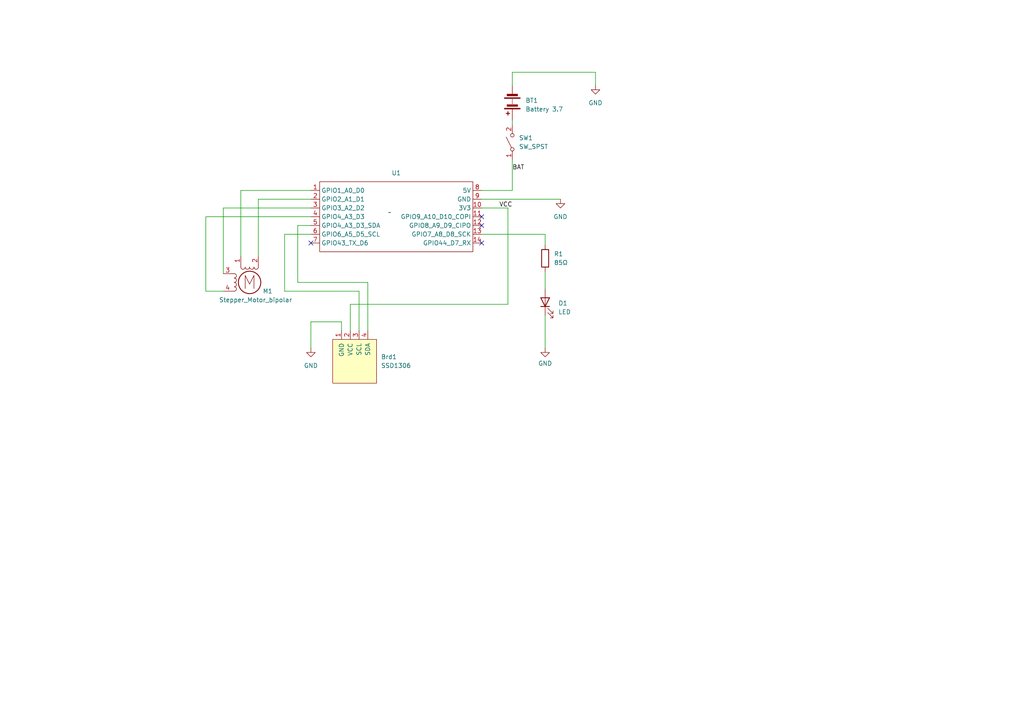
<source format=kicad_sch>
(kicad_sch (version 20230121) (generator eeschema)
  (paper "A4")
  (lib_symbols
    (symbol "Device:Battery" (pin_numbers hide) (pin_names (offset 0) hide)
      (property "Reference" "BT" (at 2.54 2.54 0))
      (property "Value" "Battery" (at 2.54 0 0))
      (symbol "Battery_0_1"
        (rectangle (start -2.286 -1.27) (end 2.286 -1.524) (fill (type outline)))
        (rectangle (start -2.286 1.778) (end 2.286 1.524) (fill (type outline)))
        (rectangle (start -1.524 -2.032) (end 1.524 -2.54) (fill (type outline)))
        (rectangle (start -1.524 1.016) (end 1.524 0.508) (fill (type outline)))
        (polyline (pts (xy 0 -1.016) (xy 0 -0.762)))
        (polyline (pts (xy 0 -0.508) (xy 0 -0.254)))
        (polyline (pts (xy 0 0) (xy 0 0.254)))
        (polyline (pts (xy 0 1.778) (xy 0 2.54)))
        (polyline (pts (xy 0.762 3.048) (xy 1.778 3.048)) (stroke (width 0.254)))
        (polyline (pts (xy 1.27 3.556) (xy 1.27 2.54)) (stroke (width 0.254)))
      )
      (symbol "Battery_1_1"
        (pin passive line (at 0 5.08 270) (length 2.54) (name "+") (number "1"))
        (pin passive line (at 0 -5.08 90) (length 2.54) (name "-") (number "2"))
      )
    )
    (symbol "Device:LED" (pin_numbers hide) (pin_names (offset 1.016) hide)
      (property "Reference" "D" (at 0 2.54 0))
      (property "Value" "LED" (at 0 -2.54 0))
      (symbol "LED_0_1"
        (polyline (pts (xy -1.27 -1.27) (xy -1.27 1.27)) (stroke (width 0.254)))
        (polyline (pts (xy -1.27 0) (xy 1.27 0)))
        (polyline (pts (xy 1.27 -1.27) (xy 1.27 1.27) (xy -1.27 0) (xy 1.27 -1.27)) (stroke (width 0.254)))
        (polyline (pts (xy -3.048 -0.762) (xy -4.572 -2.286) (xy -3.81 -2.286) (xy -4.572 -2.286) (xy -4.572 -1.524)))
        (polyline (pts (xy -1.778 -0.762) (xy -3.302 -2.286) (xy -2.54 -2.286) (xy -3.302 -2.286) (xy -3.302 -1.524)))
      )
      (symbol "LED_1_1"
        (pin passive line (at -3.81 0 0) (length 2.54) (name "K") (number "1"))
        (pin passive line (at 3.81 0 180) (length 2.54) (name "A") (number "2"))
      )
    )
    (symbol "Device:R" (pin_numbers hide) (pin_names (offset 0))
      (property "Reference" "R" (at 2.032 0 90))
      (property "Value" "R" (at 0 0 90))
      (symbol "R_0_1"
        (rectangle (start -1.016 -2.54) (end 1.016 2.54) (stroke (width 0.254)))
      )
      (symbol "R_1_1"
        (pin passive line (at 0 3.81 270) (length 1.27) (name "~") (number "1"))
        (pin passive line (at 0 -3.81 90) (length 1.27) (name "~") (number "2"))
      )
    )
    (symbol "Motor:Stepper_Motor_bipolar" (pin_names (offset 0) hide)
      (property "Reference" "M" (at 3.81 2.54 0))
      (property "Value" "Stepper_Motor_bipolar" (at 3.81 1.27 0))
      (symbol "Stepper_Motor_bipolar_0_0"
        (polyline (pts (xy -1.27 -1.778) (xy -1.27 2.032) (xy 0 -0.508) (xy 1.27 2.032) (xy 1.27 -1.778)))
      )
      (symbol "Stepper_Motor_bipolar_0_1"
        (arc (start -4.445 -2.54) (mid -3.8127 -1.905) (end -4.445 -1.27))
        (arc (start -4.445 -1.27) (mid -3.8127 -0.635) (end -4.445 0))
        (arc (start -4.445 0) (mid -3.8127 0.635) (end -4.445 1.27))
        (arc (start -4.445 1.27) (mid -3.8127 1.905) (end -4.445 2.54))
        (arc (start -2.54 4.445) (mid -1.905 3.8127) (end -1.27 4.445))
        (arc (start -1.27 4.445) (mid -0.635 3.8127) (end 0 4.445))
        (polyline (pts (xy -5.08 -2.54) (xy -4.445 -2.54)))
        (polyline (pts (xy -5.08 2.54) (xy -4.445 2.54)))
        (polyline (pts (xy -2.54 5.08) (xy -2.54 4.445)))
        (polyline (pts (xy 2.54 5.08) (xy 2.54 4.445)))
        (circle (center 0 0) (radius 3.2512) (stroke (width 0.254)))
        (arc (start 0 4.445) (mid 0.635 3.8127) (end 1.27 4.445))
        (arc (start 1.27 4.445) (mid 1.905 3.8127) (end 2.54 4.445))
      )
      (symbol "Stepper_Motor_bipolar_1_1"
        (pin passive line (at -2.54 7.62 270) (length 2.54) (name "~") (number "1"))
        (pin passive line (at 2.54 7.62 270) (length 2.54) (name "-") (number "2"))
        (pin passive line (at -7.62 2.54 0) (length 2.54) (name "~") (number "3"))
        (pin passive line (at -7.62 -2.54 0) (length 2.54) (name "~") (number "4"))
      )
    )
    (symbol "OLED:SSD1306" (pin_names (offset 1.016))
      (property "Reference" "Brd" (at 0 -3.81 0))
      (property "Value" "SSD1306" (at 0 -1.27 0))
      (symbol "SSD1306_0_1"
        (rectangle (start -6.35 6.35) (end 6.35 -6.35) (fill (type background)))
      )
      (symbol "SSD1306_1_1"
        (pin input line (at -3.81 8.89 270) (length 2.54) (name "GND") (number "1"))
        (pin input line (at -1.27 8.89 270) (length 2.54) (name "VCC") (number "2"))
        (pin input line (at 1.27 8.89 270) (length 2.54) (name "SCL") (number "3"))
        (pin input line (at 3.81 8.89 270) (length 2.54) (name "SDA") (number "4"))
      )
    )
    (symbol "Switch:SW_SPST" (pin_names (offset 0) hide)
      (property "Reference" "SW" (at 0 3.175 0))
      (property "Value" "SW_SPST" (at 0 -2.54 0))
      (symbol "SW_SPST_0_0"
        (circle (center -2.032 0) (radius 0.508))
        (polyline (pts (xy -1.524 0.254) (xy 1.524 1.778)))
        (circle (center 2.032 0) (radius 0.508))
      )
      (symbol "SW_SPST_1_1"
        (pin passive line (at -5.08 0 0) (length 2.54) (name "A") (number "1"))
        (pin passive line (at 5.08 0 180) (length 2.54) (name "B") (number "2"))
      )
    )
    (symbol "demo:XIAO_ESP32_SENSE"
      (property "Reference" "U" (at 0 0 0))
      (symbol "XIAO_ESP32_SENSE_0_1"
        (polyline (pts (xy -20.32 8.89) (xy -20.32 -11.43) (xy 24.13 -11.43) (xy 24.13 8.89) (xy -20.32 8.89)))
      )
      (symbol "XIAO_ESP32_SENSE_1_1"
        (pin bidirectional line (at -22.86 6.35 0) (length 2.54) (name "GPIO1_A0_D0") (number "1"))
        (pin bidirectional line (at 26.67 1.27 180) (length 2.54) (name "3V3") (number "10"))
        (pin bidirectional line (at 26.67 -1.27 180) (length 2.54) (name "GPIO9_A10_D10_COPI") (number "11"))
        (pin bidirectional line (at 26.67 -3.81 180) (length 2.54) (name "GPIO8_A9_D9_CIPO") (number "12"))
        (pin bidirectional line (at 26.67 -6.35 180) (length 2.54) (name "GPIO7_A8_D8_SCK") (number "13"))
        (pin bidirectional line (at 26.67 -8.89 180) (length 2.54) (name "GPIO44_D7_RX") (number "14"))
        (pin bidirectional line (at -22.86 3.81 0) (length 2.54) (name "GPIO2_A1_D1") (number "2"))
        (pin bidirectional line (at -22.86 1.27 0) (length 2.54) (name "GPIO3_A2_D2") (number "3"))
        (pin bidirectional line (at -22.86 -1.27 0) (length 2.54) (name "GPIO4_A3_D3") (number "4"))
        (pin bidirectional line (at -22.86 -3.81 0) (length 2.54) (name "GPIO4_A3_D3_SDA") (number "5"))
        (pin bidirectional line (at -22.86 -6.35 0) (length 2.54) (name "GPIO6_A5_D5_SCL") (number "6"))
        (pin bidirectional line (at -22.86 -8.89 0) (length 2.54) (name "GPIO43_TX_D6") (number "7"))
        (pin bidirectional line (at 26.67 6.35 180) (length 2.54) (name "5V") (number "8"))
        (pin bidirectional line (at 26.67 3.81 180) (length 2.54) (name "GND") (number "9"))
      )
    )
    (symbol "power:GND" (power) (pin_names (offset 0))
      (property "Value" "GND" (at 0 -3.81 0))
      (symbol "GND_0_1"
        (polyline (pts (xy 0 0) (xy 0 -1.27) (xy 1.27 -1.27) (xy 0 -2.54) (xy -1.27 -1.27) (xy 0 -1.27)))
      )
      (symbol "GND_1_1"
        (pin power_in line (at 0 0 270) (length 0) hide (name "GND") (number "1"))
      )
    )
  )
  (no_connect (at 90.17 70.485))
  (no_connect (at 139.7 62.865))
  (no_connect (at 139.7 65.405))
  (no_connect (at 139.7 70.485))
  (wire (pts (xy 64.77 84.455) (xy 59.69 84.455)))
  (wire (pts (xy 158.115 91.44) (xy 158.115 100.965)))
  (wire (pts (xy 86.36 65.405) (xy 86.36 81.915)))
  (wire (pts (xy 64.77 60.325) (xy 90.17 60.325)))
  (wire (pts (xy 82.55 67.945) (xy 82.55 84.455)))
  (wire (pts (xy 59.69 62.865) (xy 90.17 62.865)))
  (wire (pts (xy 139.7 67.945) (xy 158.115 67.945)))
  (wire (pts (xy 74.93 57.785) (xy 74.93 74.295)))
  (wire (pts (xy 104.14 84.455) (xy 104.14 95.885)))
  (wire (pts (xy 90.17 55.245) (xy 69.85 55.245)))
  (wire (pts (xy 148.59 55.245) (xy 148.59 46.355)))
  (wire (pts (xy 158.115 78.74) (xy 158.115 83.82)))
  (wire (pts (xy 172.72 20.955) (xy 172.72 24.765)))
  (wire (pts (xy 64.77 79.375) (xy 64.77 60.325)))
  (wire (pts (xy 86.36 81.915) (xy 106.68 81.915)))
  (wire (pts (xy 59.69 84.455) (xy 59.69 62.865)))
  (wire (pts (xy 90.17 57.785) (xy 74.93 57.785)))
  (wire (pts (xy 69.85 55.245) (xy 69.85 74.295)))
  (wire (pts (xy 139.7 60.325) (xy 147.32 60.325)))
  (wire (pts (xy 86.36 65.405) (xy 90.17 65.405)))
  (wire (pts (xy 148.59 24.765) (xy 148.59 20.955)))
  (wire (pts (xy 147.32 60.325) (xy 147.32 88.265)))
  (wire (pts (xy 101.6 88.265) (xy 101.6 95.885)))
  (wire (pts (xy 148.59 20.955) (xy 172.72 20.955)))
  (wire (pts (xy 90.17 93.345) (xy 90.17 100.965)))
  (wire (pts (xy 158.115 67.945) (xy 158.115 71.12)))
  (wire (pts (xy 148.59 34.925) (xy 148.59 36.195)))
  (wire (pts (xy 90.17 67.945) (xy 82.55 67.945)))
  (wire (pts (xy 101.6 88.265) (xy 147.32 88.265)))
  (wire (pts (xy 106.68 81.915) (xy 106.68 95.885)))
  (wire (pts (xy 139.7 55.245) (xy 148.59 55.245)))
  (wire (pts (xy 99.06 95.885) (xy 99.06 93.345)))
  (wire (pts (xy 82.55 84.455) (xy 104.14 84.455)))
  (wire (pts (xy 139.7 57.785) (xy 162.56 57.785)))
  (wire (pts (xy 99.06 93.345) (xy 90.17 93.345)))
  (label "BAT" (at 148.59 49.53 0))
  (label "VCC" (at 144.78 60.325 0))
  (symbol (lib_id "Motor:Stepper_Motor_bipolar") (at 72.39 81.915 0) (unit 1)
    (property "Reference" "M1" (at 76.2 84.455 0) (effects (justify left)))
    (property "Value" "Stepper_Motor_bipolar" (at 63.5 86.995 0) (effects (justify left)))
    (property "Footprint" "Demo:x27_stepper_two_holes" (effects hide))
    (property "Datasheet" "http://www.infineon.com/dgdl/Application-Note-TLE8110EE_driving_UniPolarStepperMotor_V1.1.pdf?fileId=db3a30431be39b97011be5d0aa0a00b0" (effects hide))
  )
  (symbol (lib_id "demo:XIAO_ESP32_SENSE") (at 113.03 61.595 0) (unit 1)
    (property "Reference" "U1" (at 114.935 50.165 0))
    (property "Value" "~" (at 113.03 61.595 0))
    (property "Footprint" "Demo:XIAO_ESP32_SENSE" (effects hide))
  )
  (symbol (lib_id "power:GND") (at 162.56 57.785 0) (unit 1)
    (property "Reference" "#PWR03" (effects hide))
    (property "Value" "GND" (at 162.56 62.865 0))
  )
  (symbol (lib_id "Device:R") (at 158.115 74.93 0) (unit 1)
    (property "Reference" "R1" (at 160.655 73.66 0) (effects (justify left)))
    (property "Value" "85Ω" (at 160.655 76.2 0) (effects (justify left)))
    (property "Footprint" "Resistor_SMD:R_0603_1608Metric_Pad0.98x0.95mm_HandSolder" (effects hide))
  )
  (symbol (lib_id "Switch:SW_SPST") (at 148.59 41.275 90) (unit 1)
    (property "Reference" "SW1" (at 150.495 40.005 90) (effects (justify right)))
    (property "Value" "SW_SPST" (at 150.495 42.545 90) (effects (justify right)))
    (property "Footprint" "Button_Switch_THT:SW_PUSH_6mm" (effects hide))
  )
  (symbol (lib_id "power:GND") (at 90.17 100.965 0) (unit 1)
    (property "Reference" "#PWR01" (effects hide))
    (property "Value" "GND" (at 90.17 106.045 0))
  )
  (symbol (lib_id "Device:Battery") (at 148.59 29.845 180) (unit 1)
    (property "Reference" "BT1" (at 152.4 29.1465 0) (effects (justify right)))
    (property "Value" "Battery 3.7" (at 152.4 31.6865 0) (effects (justify right)))
    (property "Footprint" "Connector_JST:JST_PH_B2B-PH-K_1x02_P2.00mm_Vertical" (effects hide))
  )
  (symbol (lib_id "OLED:SSD1306") (at 102.87 104.775 0) (unit 1)
    (property "Reference" "Brd1" (at 110.49 103.505 0) (effects (justify left)))
    (property "Value" "SSD1306" (at 110.49 106.045 0) (effects (justify left)))
    (property "Footprint" "Demo:128x64OLED" (effects hide))
  )
  (symbol (lib_id "Device:LED") (at 158.115 87.63 90) (unit 1)
    (property "Reference" "D1" (at 161.925 87.9475 90) (effects (justify right)))
    (property "Value" "LED" (at 161.925 90.4875 90) (effects (justify right)))
    (property "Footprint" "LED_SMD:LED_0805_2012Metric_Pad1.15x1.40mm_HandSolder" (effects hide))
  )
  (symbol (lib_id "power:GND") (at 158.115 100.965 0) (unit 1)
    (property "Reference" "#PWR02" (effects hide))
    (property "Value" "GND" (at 158.115 105.41 0))
  )
  (symbol (lib_id "power:GND") (at 172.72 24.765 0) (unit 1)
    (property "Reference" "#PWR04" (effects hide))
    (property "Value" "GND" (at 172.72 29.845 0))
  )
)
</source>
